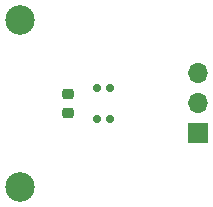
<source format=gts>
%TF.GenerationSoftware,KiCad,Pcbnew,(6.0.0-0)*%
%TF.CreationDate,2022-08-17T15:23:26+02:00*%
%TF.ProjectId,ap3722at_mic_breakout,61703337-3232-4617-945f-6d69635f6272,rev?*%
%TF.SameCoordinates,Original*%
%TF.FileFunction,Soldermask,Top*%
%TF.FilePolarity,Negative*%
%FSLAX46Y46*%
G04 Gerber Fmt 4.6, Leading zero omitted, Abs format (unit mm)*
G04 Created by KiCad (PCBNEW (6.0.0-0)) date 2022-08-17 15:23:26*
%MOMM*%
%LPD*%
G01*
G04 APERTURE LIST*
G04 Aperture macros list*
%AMRoundRect*
0 Rectangle with rounded corners*
0 $1 Rounding radius*
0 $2 $3 $4 $5 $6 $7 $8 $9 X,Y pos of 4 corners*
0 Add a 4 corners polygon primitive as box body*
4,1,4,$2,$3,$4,$5,$6,$7,$8,$9,$2,$3,0*
0 Add four circle primitives for the rounded corners*
1,1,$1+$1,$2,$3*
1,1,$1+$1,$4,$5*
1,1,$1+$1,$6,$7*
1,1,$1+$1,$8,$9*
0 Add four rect primitives between the rounded corners*
20,1,$1+$1,$2,$3,$4,$5,0*
20,1,$1+$1,$4,$5,$6,$7,0*
20,1,$1+$1,$6,$7,$8,$9,0*
20,1,$1+$1,$8,$9,$2,$3,0*%
G04 Aperture macros list end*
%ADD10R,1.700000X1.700000*%
%ADD11O,1.700000X1.700000*%
%ADD12C,0.700000*%
%ADD13C,2.500000*%
%ADD14RoundRect,0.225000X-0.250000X0.225000X-0.250000X-0.225000X0.250000X-0.225000X0.250000X0.225000X0*%
G04 APERTURE END LIST*
D10*
%TO.C,J1*%
X174000000Y-115525000D03*
D11*
X174000000Y-112985000D03*
X174000000Y-110445000D03*
%TD*%
D12*
%TO.C,M201*%
X165425000Y-114330000D03*
X166575000Y-111670000D03*
X165425000Y-111670000D03*
X166575000Y-114330000D03*
%TD*%
D13*
%TO.C,REF\u002A\u002A*%
X158900000Y-120100000D03*
%TD*%
%TO.C,REF\u002A\u002A*%
X158900000Y-105900000D03*
%TD*%
D14*
%TO.C,C201*%
X163000000Y-112225000D03*
X163000000Y-113775000D03*
%TD*%
M02*

</source>
